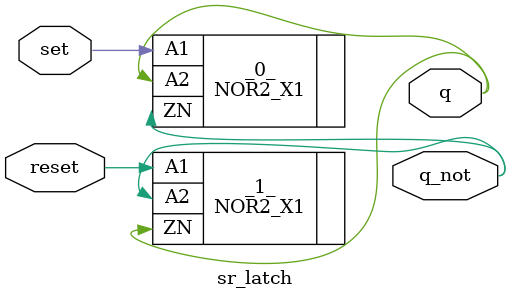
<source format=sv>
/* Generated by Yosys 0.55 (git sha1 60f126cd00c94892782470192d6c9f7abebe7c05, clang++ 16.0.0 -fPIC -O3) */

(* top =  1  *)
(* src = "sr_latch.sv:1.1-10.10" *)
module sr_latch(set, reset, q, q_not);
  (* src = "sr_latch.sv:4.30-4.31" *)
  output q;
  wire q;
  (* src = "sr_latch.sv:5.30-5.35" *)
  output q_not;
  wire q_not;
  (* src = "sr_latch.sv:2.29-2.34" *)
  input reset;
  wire reset;
  (* src = "sr_latch.sv:1.29-1.32" *)
  input set;
  wire set;
  NOR2_X1 _0_ (
    .A1(set),
    .A2(q),
    .ZN(q_not)
  );
  NOR2_X1 _1_ (
    .A1(reset),
    .A2(q_not),
    .ZN(q)
  );
endmodule

</source>
